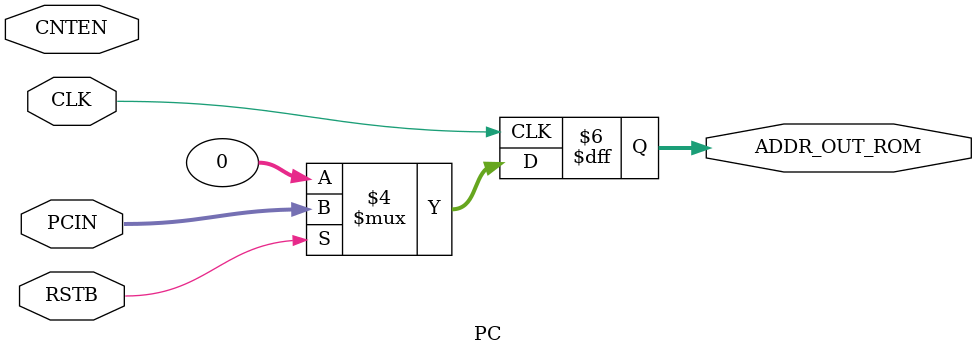
<source format=v>
module PC(CLK,RSTB,PCIN,CNTEN,ADDR_OUT_ROM); 
    input CLK,RSTB,CNTEN;
    input [31:0] PCIN;
    output [31:0] ADDR_OUT_ROM;
    reg [31:0] ADDR_OUT_ROM;
    
    always @(posedge CLK) begin
        if      (RSTB==1'b0)    ADDR_OUT_ROM <= 32'h0;
        else    ADDR_OUT_ROM <= PCIN;   
    end
endmodule

</source>
